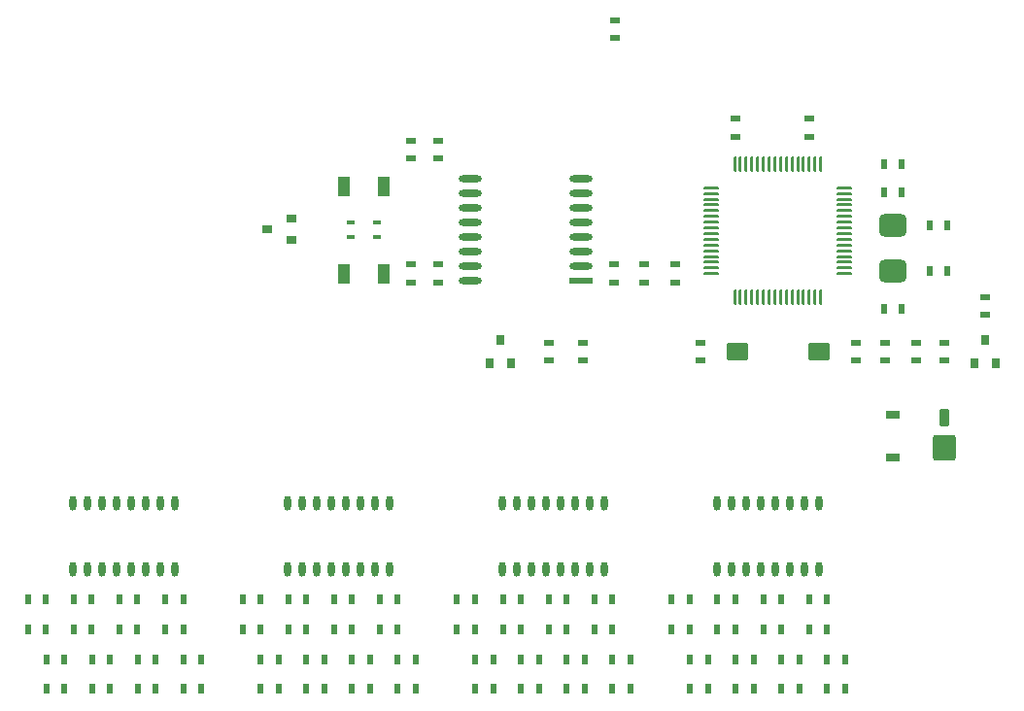
<source format=gtp>
G04*
G04 #@! TF.GenerationSoftware,Altium Limited,Altium Designer,22.2.1 (43)*
G04*
G04 Layer_Color=8421504*
%FSAX44Y44*%
%MOMM*%
G71*
G04*
G04 #@! TF.SameCoordinates,097045FE-6C59-462F-8A7E-8FAF3A3C29C4*
G04*
G04*
G04 #@! TF.FilePolarity,Positive*
G04*
G01*
G75*
%ADD16R,0.9000X0.6000*%
%ADD17R,0.7000X0.9000*%
%ADD18R,0.8000X0.4000*%
%ADD19R,0.9000X0.7000*%
%ADD20R,0.6000X0.9000*%
%ADD21O,0.6000X1.3000*%
%ADD22R,1.1000X1.7000*%
%ADD23O,0.2540X1.5000*%
%ADD24O,1.5000X0.2540*%
G04:AMPARAMS|DCode=25|XSize=2mm|YSize=2.4mm|CornerRadius=0.5mm|HoleSize=0mm|Usage=FLASHONLY|Rotation=270.000|XOffset=0mm|YOffset=0mm|HoleType=Round|Shape=RoundedRectangle|*
%AMROUNDEDRECTD25*
21,1,2.0000,1.4000,0,0,270.0*
21,1,1.0000,2.4000,0,0,270.0*
1,1,1.0000,-0.7000,-0.5000*
1,1,1.0000,-0.7000,0.5000*
1,1,1.0000,0.7000,0.5000*
1,1,1.0000,0.7000,-0.5000*
%
%ADD25ROUNDEDRECTD25*%
%ADD26O,2.0000X0.6000*%
%ADD27R,2.0000X0.6000*%
G04:AMPARAMS|DCode=28|XSize=1.6mm|YSize=1.8mm|CornerRadius=0.16mm|HoleSize=0mm|Usage=FLASHONLY|Rotation=90.000|XOffset=0mm|YOffset=0mm|HoleType=Round|Shape=RoundedRectangle|*
%AMROUNDEDRECTD28*
21,1,1.6000,1.4800,0,0,90.0*
21,1,1.2800,1.8000,0,0,90.0*
1,1,0.3200,0.7400,0.6400*
1,1,0.3200,0.7400,-0.6400*
1,1,0.3200,-0.7400,-0.6400*
1,1,0.3200,-0.7400,0.6400*
%
%ADD28ROUNDEDRECTD28*%
%ADD29R,1.2000X0.7000*%
G04:AMPARAMS|DCode=30|XSize=1.5mm|YSize=0.8mm|CornerRadius=0.08mm|HoleSize=0mm|Usage=FLASHONLY|Rotation=90.000|XOffset=0mm|YOffset=0mm|HoleType=Round|Shape=RoundedRectangle|*
%AMROUNDEDRECTD30*
21,1,1.5000,0.6400,0,0,90.0*
21,1,1.3400,0.8000,0,0,90.0*
1,1,0.1600,0.3200,0.6700*
1,1,0.1600,0.3200,-0.6700*
1,1,0.1600,-0.3200,-0.6700*
1,1,0.1600,-0.3200,0.6700*
%
%ADD30ROUNDEDRECTD30*%
G04:AMPARAMS|DCode=31|XSize=2.2mm|YSize=2mm|CornerRadius=0.2mm|HoleSize=0mm|Usage=FLASHONLY|Rotation=90.000|XOffset=0mm|YOffset=0mm|HoleType=Round|Shape=RoundedRectangle|*
%AMROUNDEDRECTD31*
21,1,2.2000,1.6000,0,0,90.0*
21,1,1.8000,2.0000,0,0,90.0*
1,1,0.4000,0.8000,0.9000*
1,1,0.4000,0.8000,-0.9000*
1,1,0.4000,-0.8000,-0.9000*
1,1,0.4000,-0.8000,0.9000*
%
%ADD31ROUNDEDRECTD31*%
D16*
X01308000Y01318800D02*
D03*
Y01303200D02*
D03*
X01250000Y01022200D02*
D03*
Y01037800D02*
D03*
X01280250Y01022200D02*
D03*
Y01037800D02*
D03*
X01154000Y01198200D02*
D03*
Y01213800D02*
D03*
X01130000Y01198200D02*
D03*
Y01213800D02*
D03*
X01154000Y01090200D02*
D03*
Y01105800D02*
D03*
X01130000Y01090200D02*
D03*
Y01105800D02*
D03*
X01360000Y01090200D02*
D03*
Y01105800D02*
D03*
X01333000Y01090200D02*
D03*
Y01105800D02*
D03*
X01307000D02*
D03*
Y01090200D02*
D03*
X01630502Y01077800D02*
D03*
Y01062200D02*
D03*
X01595000Y01022200D02*
D03*
Y01037800D02*
D03*
X01570000Y01022200D02*
D03*
Y01037800D02*
D03*
X01543000Y01022200D02*
D03*
Y01037800D02*
D03*
X01518000Y01022200D02*
D03*
Y01037800D02*
D03*
X01412500Y01232800D02*
D03*
Y01217200D02*
D03*
X01477500Y01232800D02*
D03*
Y01217200D02*
D03*
X01382000Y01037800D02*
D03*
Y01022200D02*
D03*
D17*
X01198250Y01019500D02*
D03*
X01217250D02*
D03*
X01207750Y01040500D02*
D03*
X01630500Y01040500D02*
D03*
X01640000Y01019500D02*
D03*
X01621000D02*
D03*
D18*
X01100500Y01130000D02*
D03*
X01077500D02*
D03*
X01100500Y01143000D02*
D03*
X01077500D02*
D03*
D19*
X01005000Y01136498D02*
D03*
X01026000Y01145998D02*
D03*
Y01126998D02*
D03*
D20*
X01452800Y00762000D02*
D03*
X01468400D02*
D03*
X01477000Y00814000D02*
D03*
X01492600D02*
D03*
X01437067D02*
D03*
X01452667D02*
D03*
X01397133D02*
D03*
X01412733D02*
D03*
X01357200D02*
D03*
X01372800D02*
D03*
X01290000D02*
D03*
X01305600D02*
D03*
X01250067D02*
D03*
X01265667D02*
D03*
X01210133D02*
D03*
X01225733D02*
D03*
X01170200D02*
D03*
X01185800D02*
D03*
X01103000D02*
D03*
X01118600D02*
D03*
X01063067D02*
D03*
X01078667D02*
D03*
X01023133D02*
D03*
X01038733D02*
D03*
X00983200D02*
D03*
X00998800D02*
D03*
X00916000D02*
D03*
X00931600D02*
D03*
X00876067D02*
D03*
X00891667D02*
D03*
X00836133D02*
D03*
X00851733D02*
D03*
X00796200D02*
D03*
X00811800D02*
D03*
X01477000Y00788000D02*
D03*
X01492600D02*
D03*
X01437067Y00788000D02*
D03*
X01452667D02*
D03*
X01397133D02*
D03*
X01412733D02*
D03*
X01357200D02*
D03*
X01372800D02*
D03*
X01290000D02*
D03*
X01305600D02*
D03*
X01210133D02*
D03*
X01225733D02*
D03*
X01170200D02*
D03*
X01185800D02*
D03*
X01103000D02*
D03*
X01118600D02*
D03*
X01063067D02*
D03*
X01078667D02*
D03*
X01023133D02*
D03*
X01038733D02*
D03*
X00916000D02*
D03*
X00931600D02*
D03*
X00876067D02*
D03*
X00891667D02*
D03*
X00836133D02*
D03*
X00851733D02*
D03*
X00796200D02*
D03*
X00811800D02*
D03*
X01250067D02*
D03*
X01265667D02*
D03*
X01413000Y00762000D02*
D03*
X01428600D02*
D03*
X01373200D02*
D03*
X01388800D02*
D03*
X01305600D02*
D03*
X01321200D02*
D03*
X01265800D02*
D03*
X01281400D02*
D03*
X01226000D02*
D03*
X01241600D02*
D03*
X01186200D02*
D03*
X01201800D02*
D03*
X01118600D02*
D03*
X01134200D02*
D03*
X01039000D02*
D03*
X01054600D02*
D03*
X00999200D02*
D03*
X01014800D02*
D03*
X00931600D02*
D03*
X00947200D02*
D03*
X00891800D02*
D03*
X00907400D02*
D03*
X00852000D02*
D03*
X00867600D02*
D03*
X00812200D02*
D03*
X00827800D02*
D03*
X01078800D02*
D03*
X01094400D02*
D03*
X01452800Y00736000D02*
D03*
X01468400D02*
D03*
X01413000D02*
D03*
X01428600D02*
D03*
X01373200D02*
D03*
X01388800D02*
D03*
X01265800D02*
D03*
X01281400D02*
D03*
X01226000D02*
D03*
X01241600D02*
D03*
X01186200D02*
D03*
X01201800D02*
D03*
X01078800D02*
D03*
X01094400D02*
D03*
X01039000D02*
D03*
X01054600D02*
D03*
X00999200D02*
D03*
X01014800D02*
D03*
X00891800D02*
D03*
X00907400D02*
D03*
X00852000D02*
D03*
X00867600D02*
D03*
X00812200D02*
D03*
X00827800D02*
D03*
X01492600Y00762000D02*
D03*
X01508200D02*
D03*
X00931600Y00736000D02*
D03*
X00947200D02*
D03*
X01118600D02*
D03*
X01134200D02*
D03*
X01492600D02*
D03*
X01508200D02*
D03*
X01305600D02*
D03*
X01321200D02*
D03*
X01557800Y01193000D02*
D03*
X01542200D02*
D03*
X01557800Y01169000D02*
D03*
X01542200D02*
D03*
X01582200Y01140000D02*
D03*
X01597800D02*
D03*
X01582200Y01100000D02*
D03*
X01597800D02*
D03*
X01542200Y01067000D02*
D03*
X01557800D02*
D03*
X00998800Y00788000D02*
D03*
X00983200D02*
D03*
D21*
X01396600Y00840400D02*
D03*
X01409300D02*
D03*
X01422000D02*
D03*
X01434700D02*
D03*
X01447400D02*
D03*
X01460100D02*
D03*
X01472800D02*
D03*
X01485500D02*
D03*
Y00897900D02*
D03*
X01472800D02*
D03*
X01460100D02*
D03*
X01447400D02*
D03*
X01434700D02*
D03*
X01422000D02*
D03*
X01409300D02*
D03*
X01396600D02*
D03*
X00835600D02*
D03*
X00848300D02*
D03*
X00861000D02*
D03*
X00873700D02*
D03*
X00886400D02*
D03*
X00899100D02*
D03*
X00911800D02*
D03*
X00924500D02*
D03*
Y00840400D02*
D03*
X00911800D02*
D03*
X00899100D02*
D03*
X00886400D02*
D03*
X00873700D02*
D03*
X00861000D02*
D03*
X00848300D02*
D03*
X00835600D02*
D03*
X01022600Y00897900D02*
D03*
X01035300D02*
D03*
X01048000D02*
D03*
X01060700D02*
D03*
X01073400D02*
D03*
X01086100D02*
D03*
X01098800D02*
D03*
X01111500D02*
D03*
Y00840400D02*
D03*
X01098800D02*
D03*
X01086100D02*
D03*
X01073400D02*
D03*
X01060700D02*
D03*
X01048000D02*
D03*
X01035300D02*
D03*
X01022600D02*
D03*
X01209600Y00897900D02*
D03*
X01222300D02*
D03*
X01235000D02*
D03*
X01247700D02*
D03*
X01260400D02*
D03*
X01273100D02*
D03*
X01285800D02*
D03*
X01298500D02*
D03*
Y00840400D02*
D03*
X01285800D02*
D03*
X01273100D02*
D03*
X01260400D02*
D03*
X01247700D02*
D03*
X01235000D02*
D03*
X01222300D02*
D03*
X01209600D02*
D03*
D22*
X01106000Y01174000D02*
D03*
X01072000D02*
D03*
X01072000Y01098000D02*
D03*
X01106000D02*
D03*
D23*
X01442500Y01077000D02*
D03*
X01437500D02*
D03*
X01432500D02*
D03*
X01427500D02*
D03*
X01422500D02*
D03*
X01417500D02*
D03*
X01412500D02*
D03*
X01447500D02*
D03*
X01482500D02*
D03*
X01452500D02*
D03*
X01457500D02*
D03*
X01462500D02*
D03*
X01467500D02*
D03*
X01472500D02*
D03*
X01477500D02*
D03*
X01487500D02*
D03*
X01442500Y01193000D02*
D03*
X01437500D02*
D03*
X01432500D02*
D03*
X01427500D02*
D03*
X01422500D02*
D03*
X01417500D02*
D03*
X01412500D02*
D03*
X01447500D02*
D03*
X01452500D02*
D03*
X01457500D02*
D03*
X01462500D02*
D03*
X01467500D02*
D03*
X01472500D02*
D03*
X01477500D02*
D03*
X01482500D02*
D03*
X01487500D02*
D03*
D24*
X01392000Y01097500D02*
D03*
Y01102500D02*
D03*
Y01107500D02*
D03*
Y01112500D02*
D03*
Y01117500D02*
D03*
Y01122500D02*
D03*
Y01127500D02*
D03*
Y01132500D02*
D03*
Y01137500D02*
D03*
Y01142500D02*
D03*
Y01147500D02*
D03*
Y01152500D02*
D03*
Y01157500D02*
D03*
Y01162500D02*
D03*
Y01167500D02*
D03*
Y01172500D02*
D03*
X01508000Y01097500D02*
D03*
Y01102500D02*
D03*
Y01107500D02*
D03*
Y01112500D02*
D03*
Y01117500D02*
D03*
Y01122500D02*
D03*
Y01127500D02*
D03*
Y01132500D02*
D03*
Y01137500D02*
D03*
Y01142500D02*
D03*
Y01147500D02*
D03*
Y01152500D02*
D03*
Y01157500D02*
D03*
Y01162500D02*
D03*
Y01167500D02*
D03*
Y01172500D02*
D03*
D25*
X01550000Y01100000D02*
D03*
Y01140000D02*
D03*
D26*
X01182100Y01180301D02*
D03*
X01278100D02*
D03*
X01182100Y01091401D02*
D03*
X01278100Y01116801D02*
D03*
Y01129501D02*
D03*
Y01104101D02*
D03*
Y01167601D02*
D03*
X01182100Y01104101D02*
D03*
X01182100Y01116801D02*
D03*
X01182100Y01129501D02*
D03*
X01278100Y01154901D02*
D03*
Y01142201D02*
D03*
X01182100Y01167601D02*
D03*
Y01154901D02*
D03*
Y01142201D02*
D03*
D27*
X01278100Y01091401D02*
D03*
D28*
X01485625Y01030000D02*
D03*
X01414375D02*
D03*
D29*
X01549875Y00975000D02*
D03*
Y00938000D02*
D03*
D30*
X01595000Y00972500D02*
D03*
D31*
Y00946500D02*
D03*
M02*

</source>
